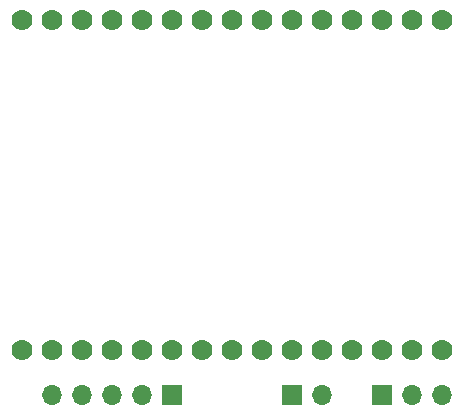
<source format=gbr>
%TF.GenerationSoftware,KiCad,Pcbnew,(6.0.5)*%
%TF.CreationDate,2022-07-16T11:03:20+01:00*%
%TF.ProjectId,wheelchairPCB,77686565-6c63-4686-9169-725043422e6b,rev?*%
%TF.SameCoordinates,Original*%
%TF.FileFunction,Soldermask,Top*%
%TF.FilePolarity,Negative*%
%FSLAX46Y46*%
G04 Gerber Fmt 4.6, Leading zero omitted, Abs format (unit mm)*
G04 Created by KiCad (PCBNEW (6.0.5)) date 2022-07-16 11:03:20*
%MOMM*%
%LPD*%
G01*
G04 APERTURE LIST*
%ADD10R,1.700000X1.700000*%
%ADD11O,1.700000X1.700000*%
%ADD12C,1.778000*%
G04 APERTURE END LIST*
D10*
%TO.C,J3*%
X162560000Y-81280000D03*
D11*
X160020000Y-81280000D03*
X157480000Y-81280000D03*
X154940000Y-81280000D03*
X152400000Y-81280000D03*
%TD*%
D10*
%TO.C,J2*%
X180340000Y-81280000D03*
D11*
X182880000Y-81280000D03*
X185420000Y-81280000D03*
%TD*%
D10*
%TO.C,J1*%
X172720000Y-81280000D03*
D11*
X175260000Y-81280000D03*
%TD*%
D12*
%TO.C,U1*%
X149860000Y-49530000D03*
X152400000Y-49530000D03*
X154940000Y-49530000D03*
X157480000Y-49530000D03*
X160020000Y-49530000D03*
X162560000Y-49530000D03*
X165100000Y-49530000D03*
X167640000Y-49530000D03*
X170180000Y-49530000D03*
X172720000Y-49530000D03*
X175260000Y-49530000D03*
X177800000Y-49530000D03*
X180340000Y-49530000D03*
X182880000Y-49530000D03*
X185420000Y-49530000D03*
X185420000Y-77470000D03*
X182880000Y-77470000D03*
X180340000Y-77470000D03*
X177800000Y-77470000D03*
X175260000Y-77470000D03*
X172720000Y-77470000D03*
X170180000Y-77470000D03*
X167640000Y-77470000D03*
X165100000Y-77470000D03*
X162560000Y-77470000D03*
X160020000Y-77470000D03*
X157480000Y-77470000D03*
X154940000Y-77470000D03*
X152400000Y-77470000D03*
X149860000Y-77470000D03*
%TD*%
M02*

</source>
